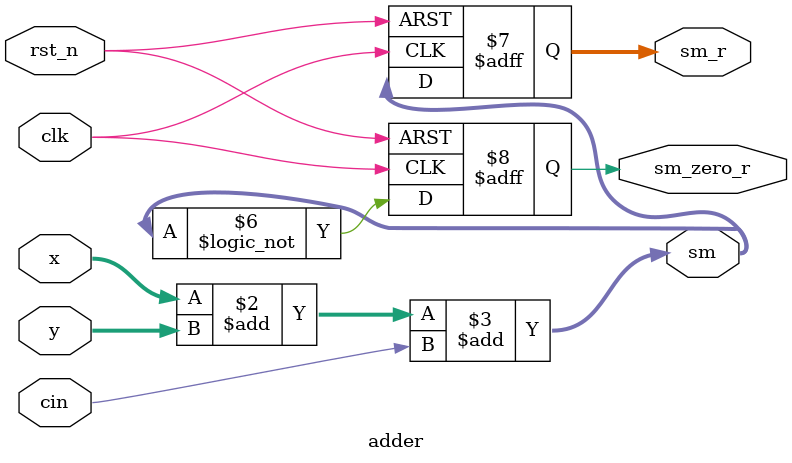
<source format=v>
module adder (
    input cin,
    input [7:0] x,
    input [7:0] y,
    output reg [8:0] sm,
    output reg [8:0] sm_r,
    output reg sm_zero_r,
    input clk,
    input rst_n
);



always @(*) begin : combo_logic
    sm = x + y + cin;
end

always @(posedge clk or negedge rst_n) begin
    if (~rst_n) begin
        sm_r <= 0;
        sm_zero_r <= 0;
    end
    else begin : registering
        sm_r <= sm;
        sm_zero_r <= sm == 0;
    end
end

endmodule



</source>
